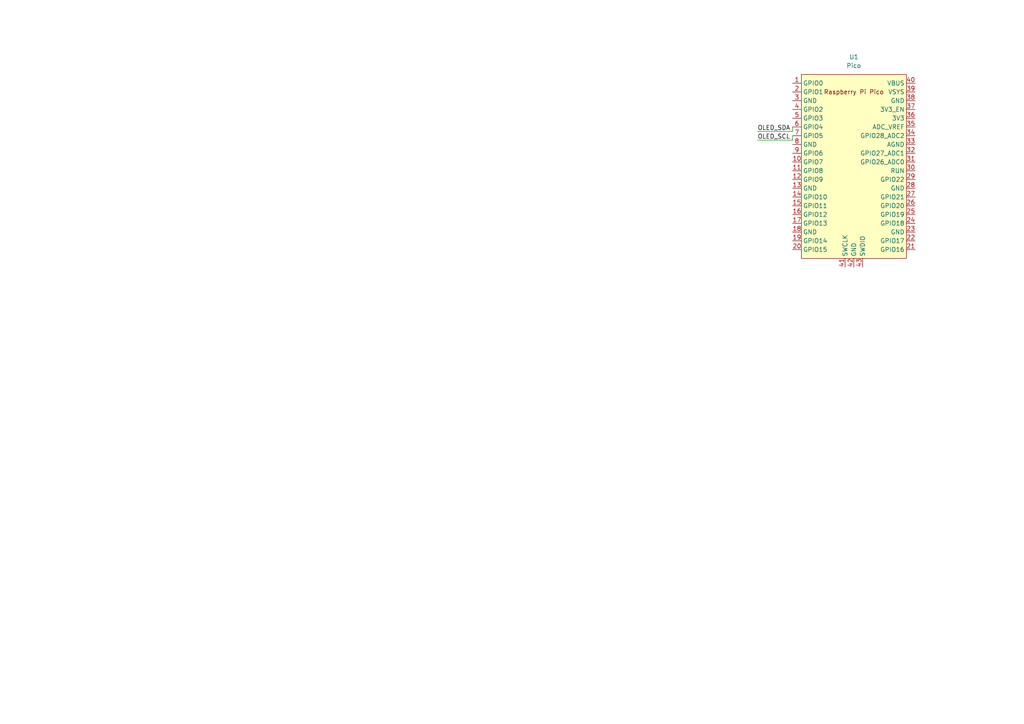
<source format=kicad_sch>
(kicad_sch (version 20250114) (generator "eeschema") (generator_version "9.0")
  (paper "A4")
  (lib_symbols
    (symbol "rPi Pico:Pico"
      (property "Reference" "U" (at -13.97 27.94 0))
      (property "Value" "Pico" (at 0 19.05 0))
      (symbol "Pico_0_0"
        (text "Raspberry Pi Pico" (at 0 21.59 0) (effects (font (size 1.27 1.27))))
      )
      (symbol "Pico_0_1"
        (rectangle (start -15.24 26.67) (end 15.24 -26.67) (fill (type background)))
      )
      (symbol "Pico_1_1"
        (pin bidirectional line (at -17.78 24.13 0) (length 2.54) (name "GPIO0") (number "1"))
        (pin bidirectional line (at -17.78 21.59 0) (length 2.54) (name "GPIO1") (number "2"))
        (pin power_in line (at -17.78 19.05 0) (length 2.54) (name "GND") (number "3"))
        (pin bidirectional line (at -17.78 16.51 0) (length 2.54) (name "GPIO2") (number "4"))
        (pin bidirectional line (at -17.78 13.97 0) (length 2.54) (name "GPIO3") (number "5"))
        (pin bidirectional line (at -17.78 11.43 0) (length 2.54) (name "GPIO4") (number "6"))
        (pin bidirectional line (at -17.78 8.89 0) (length 2.54) (name "GPIO5") (number "7"))
        (pin power_in line (at -17.78 6.35 0) (length 2.54) (name "GND") (number "8"))
        (pin bidirectional line (at -17.78 3.81 0) (length 2.54) (name "GPIO6") (number "9"))
        (pin bidirectional line (at -17.78 1.27 0) (length 2.54) (name "GPIO7") (number "10"))
        (pin bidirectional line (at -17.78 -1.27 0) (length 2.54) (name "GPIO8") (number "11"))
        (pin bidirectional line (at -17.78 -3.81 0) (length 2.54) (name "GPIO9") (number "12"))
        (pin power_in line (at -17.78 -6.35 0) (length 2.54) (name "GND") (number "13"))
        (pin bidirectional line (at -17.78 -8.89 0) (length 2.54) (name "GPIO10") (number "14"))
        (pin bidirectional line (at -17.78 -11.43 0) (length 2.54) (name "GPIO11") (number "15"))
        (pin bidirectional line (at -17.78 -13.97 0) (length 2.54) (name "GPIO12") (number "16"))
        (pin bidirectional line (at -17.78 -16.51 0) (length 2.54) (name "GPIO13") (number "17"))
        (pin power_in line (at -17.78 -19.05 0) (length 2.54) (name "GND") (number "18"))
        (pin bidirectional line (at -17.78 -21.59 0) (length 2.54) (name "GPIO14") (number "19"))
        (pin bidirectional line (at -17.78 -24.13 0) (length 2.54) (name "GPIO15") (number "20"))
        (pin input line (at -2.54 -29.21 90) (length 2.54) (name "SWCLK") (number "41"))
        (pin power_in line (at 0 -29.21 90) (length 2.54) (name "GND") (number "42"))
        (pin bidirectional line (at 2.54 -29.21 90) (length 2.54) (name "SWDIO") (number "43"))
        (pin power_in line (at 17.78 24.13 180) (length 2.54) (name "VBUS") (number "40"))
        (pin power_in line (at 17.78 21.59 180) (length 2.54) (name "VSYS") (number "39"))
        (pin bidirectional line (at 17.78 19.05 180) (length 2.54) (name "GND") (number "38"))
        (pin input line (at 17.78 16.51 180) (length 2.54) (name "3V3_EN") (number "37"))
        (pin power_in line (at 17.78 13.97 180) (length 2.54) (name "3V3") (number "36"))
        (pin power_in line (at 17.78 11.43 180) (length 2.54) (name "ADC_VREF") (number "35"))
        (pin bidirectional line (at 17.78 8.89 180) (length 2.54) (name "GPIO28_ADC2") (number "34"))
        (pin power_in line (at 17.78 6.35 180) (length 2.54) (name "AGND") (number "33"))
        (pin bidirectional line (at 17.78 3.81 180) (length 2.54) (name "GPIO27_ADC1") (number "32"))
        (pin bidirectional line (at 17.78 1.27 180) (length 2.54) (name "GPIO26_ADC0") (number "31"))
        (pin input line (at 17.78 -1.27 180) (length 2.54) (name "RUN") (number "30"))
        (pin bidirectional line (at 17.78 -3.81 180) (length 2.54) (name "GPIO22") (number "29"))
        (pin power_in line (at 17.78 -6.35 180) (length 2.54) (name "GND") (number "28"))
        (pin bidirectional line (at 17.78 -8.89 180) (length 2.54) (name "GPIO21") (number "27"))
        (pin bidirectional line (at 17.78 -11.43 180) (length 2.54) (name "GPIO20") (number "26"))
        (pin bidirectional line (at 17.78 -13.97 180) (length 2.54) (name "GPIO19") (number "25"))
        (pin bidirectional line (at 17.78 -16.51 180) (length 2.54) (name "GPIO18") (number "24"))
        (pin power_in line (at 17.78 -19.05 180) (length 2.54) (name "GND") (number "23"))
        (pin bidirectional line (at 17.78 -21.59 180) (length 2.54) (name "GPIO17") (number "22"))
        (pin bidirectional line (at 17.78 -24.13 180) (length 2.54) (name "GPIO16") (number "21"))
      )
    )
  )
  (wire (pts (xy 219.71 38.1) (xy 229.87 38.1)))
  (wire (pts (xy 229.87 40.64) (xy 229.87 39.37)))
  (wire (pts (xy 229.87 38.1) (xy 229.87 36.83)))
  (wire (pts (xy 219.71 40.64) (xy 229.87 40.64)))
  (label "OLED_SDA" (at 219.71 38.1 0))
  (label "OLED_SCL" (at 219.71 40.64 0))
  (symbol (lib_id "rPi Pico:Pico") (at 247.65 48.26 0) (unit 1)
    (property "Reference" "U1" (at 247.65 16.51 0))
    (property "Value" "Pico" (at 247.65 19.05 0))
    (property "Footprint" "RPi_Pico:RPi_Pico_SMD_TH" (effects (hide yes)))
  )
)
</source>
